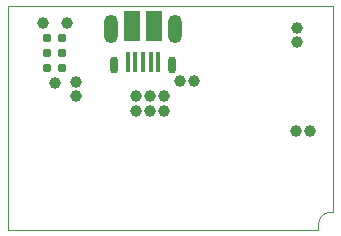
<source format=gbr>
%TF.GenerationSoftware,KiCad,Pcbnew,7.0.7*%
%TF.CreationDate,2024-01-11T19:31:21-08:00*%
%TF.ProjectId,beeper-design,62656570-6572-42d6-9465-7369676e2e6b,rev?*%
%TF.SameCoordinates,Original*%
%TF.FileFunction,Soldermask,Bot*%
%TF.FilePolarity,Negative*%
%FSLAX46Y46*%
G04 Gerber Fmt 4.6, Leading zero omitted, Abs format (unit mm)*
G04 Created by KiCad (PCBNEW 7.0.7) date 2024-01-11 19:31:21*
%MOMM*%
%LPD*%
G01*
G04 APERTURE LIST*
%ADD10C,1.000000*%
%ADD11C,0.787000*%
%ADD12C,0.991000*%
%ADD13R,0.400000X1.750000*%
%ADD14O,0.730000X1.460000*%
%ADD15O,1.200000X2.400000*%
%ADD16R,1.425000X2.500000*%
%TA.AperFunction,Profile*%
%ADD17C,0.050000*%
%TD*%
G04 APERTURE END LIST*
D10*
%TO.C,TP1*%
X131476243Y-106170330D03*
%TD*%
%TO.C,TP2*%
X131476243Y-104967130D03*
%TD*%
D11*
%TO.C,J1*%
X130301393Y-103815525D03*
X130301393Y-102545525D03*
X130301393Y-101275525D03*
X129031393Y-103815525D03*
X129031393Y-102545525D03*
X129031393Y-101275525D03*
D12*
X129666393Y-105085525D03*
X130682393Y-100005525D03*
X128650393Y-100005525D03*
%TD*%
D10*
%TO.C,TP6*%
X137743750Y-106182238D03*
%TD*%
%TO.C,TP5*%
X136540550Y-106182238D03*
%TD*%
%TO.C,TP8*%
X138946950Y-107385438D03*
%TD*%
%TO.C,TP7*%
X137743750Y-107385438D03*
%TD*%
%TO.C,TP9*%
X136540550Y-107385438D03*
%TD*%
%TO.C,TP10*%
X138946950Y-106182238D03*
%TD*%
%TO.C,TP4*%
X151282998Y-109099930D03*
%TD*%
%TO.C,TP3*%
X150079798Y-109099930D03*
%TD*%
D13*
%TO.C,J6*%
X135844176Y-103280414D03*
X136494176Y-103280414D03*
X137144176Y-103280414D03*
X137794176Y-103280414D03*
X138444176Y-103280414D03*
D14*
X134719176Y-103485414D03*
X139569176Y-103485414D03*
D15*
X134419176Y-100455414D03*
X139869176Y-100455414D03*
D16*
X136181676Y-100205414D03*
X138106676Y-100205414D03*
%TD*%
D10*
%TO.C,TP14*%
X150181923Y-100385172D03*
%TD*%
%TO.C,TP13*%
X150181923Y-101588372D03*
%TD*%
%TO.C,TP12*%
X141485612Y-104881951D03*
%TD*%
%TO.C,TP11*%
X140282412Y-104881951D03*
%TD*%
D17*
X152000000Y-117500000D02*
X125750000Y-117500000D01*
X125750000Y-117500000D02*
X125750000Y-98500000D01*
X125750000Y-98500000D02*
X153250000Y-98500000D01*
X153250000Y-98500000D02*
X153250000Y-116000000D01*
X153250000Y-116000000D02*
X153000000Y-116000000D01*
X153000000Y-116000000D02*
G75*
G03*
X152000000Y-117000000I0J-1000000D01*
G01*
X152000000Y-117000000D02*
X152000000Y-117500000D01*
M02*

</source>
